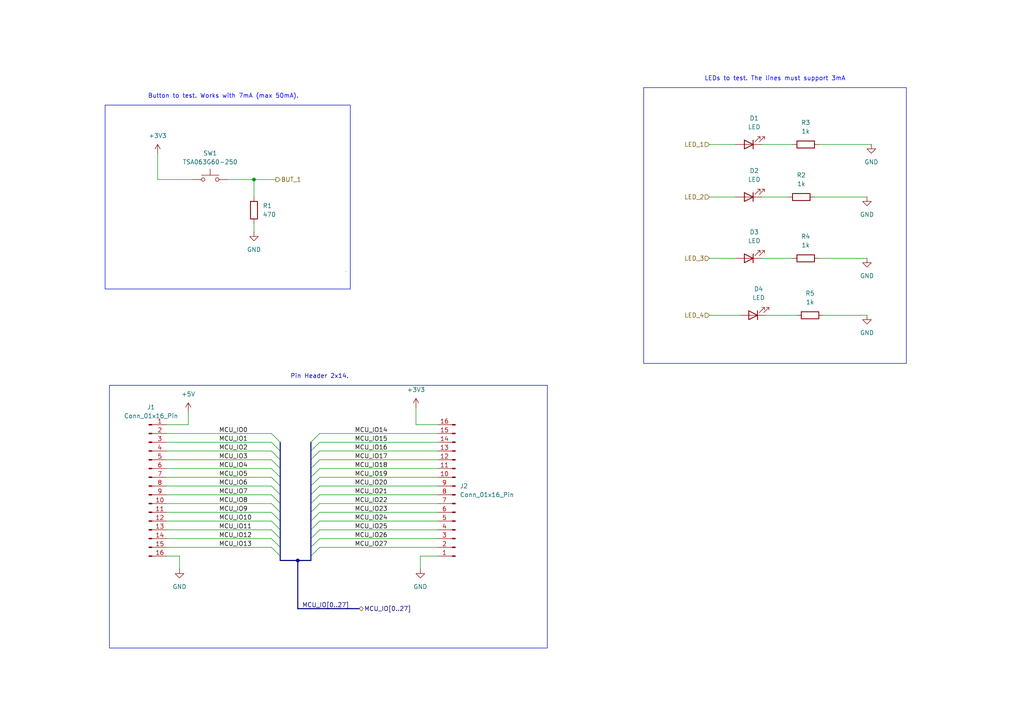
<source format=kicad_sch>
(kicad_sch (version 20250114) (generator "eeschema") (generator_version "9.0")
  (paper "A4")
  (lib_symbols
    (symbol "Connector:Conn_01x16_Pin" (pin_names (offset 1.016) (hide yes))
      (property "Reference" "J" (at 0 20.32 0))
      (property "Value" "Conn_01x16_Pin" (at 0 -22.86 0))
      (symbol "Conn_01x16_Pin_1_1"
        (rectangle (start 0.8636 17.907) (end 0 17.653) (stroke (width 0.1524)) (fill (type outline)))
        (rectangle (start 0.8636 15.367) (end 0 15.113) (stroke (width 0.1524)) (fill (type outline)))
        (rectangle (start 0.8636 12.827) (end 0 12.573) (stroke (width 0.1524)) (fill (type outline)))
        (rectangle (start 0.8636 10.287) (end 0 10.033) (stroke (width 0.1524)) (fill (type outline)))
        (rectangle (start 0.8636 7.747) (end 0 7.493) (stroke (width 0.1524)) (fill (type outline)))
        (rectangle (start 0.8636 5.207) (end 0 4.953) (stroke (width 0.1524)) (fill (type outline)))
        (rectangle (start 0.8636 2.667) (end 0 2.413) (stroke (width 0.1524)) (fill (type outline)))
        (rectangle (start 0.8636 0.127) (end 0 -0.127) (stroke (width 0.1524)) (fill (type outline)))
        (rectangle (start 0.8636 -2.413) (end 0 -2.667) (stroke (width 0.1524)) (fill (type outline)))
        (rectangle (start 0.8636 -4.953) (end 0 -5.207) (stroke (width 0.1524)) (fill (type outline)))
        (rectangle (start 0.8636 -7.493) (end 0 -7.747) (stroke (width 0.1524)) (fill (type outline)))
        (rectangle (start 0.8636 -10.033) (end 0 -10.287) (stroke (width 0.1524)) (fill (type outline)))
        (rectangle (start 0.8636 -12.573) (end 0 -12.827) (stroke (width 0.1524)) (fill (type outline)))
        (rectangle (start 0.8636 -15.113) (end 0 -15.367) (stroke (width 0.1524)) (fill (type outline)))
        (rectangle (start 0.8636 -17.653) (end 0 -17.907) (stroke (width 0.1524)) (fill (type outline)))
        (rectangle (start 0.8636 -20.193) (end 0 -20.447) (stroke (width 0.1524)) (fill (type outline)))
        (polyline (pts (xy 1.27 17.78) (xy 0.8636 17.78)) (stroke (width 0.1524)))
        (polyline (pts (xy 1.27 15.24) (xy 0.8636 15.24)) (stroke (width 0.1524)))
        (polyline (pts (xy 1.27 12.7) (xy 0.8636 12.7)) (stroke (width 0.1524)))
        (polyline (pts (xy 1.27 10.16) (xy 0.8636 10.16)) (stroke (width 0.1524)))
        (polyline (pts (xy 1.27 7.62) (xy 0.8636 7.62)) (stroke (width 0.1524)))
        (polyline (pts (xy 1.27 5.08) (xy 0.8636 5.08)) (stroke (width 0.1524)))
        (polyline (pts (xy 1.27 2.54) (xy 0.8636 2.54)) (stroke (width 0.1524)))
        (polyline (pts (xy 1.27 0) (xy 0.8636 0)) (stroke (width 0.1524)))
        (polyline (pts (xy 1.27 -2.54) (xy 0.8636 -2.54)) (stroke (width 0.1524)))
        (polyline (pts (xy 1.27 -5.08) (xy 0.8636 -5.08)) (stroke (width 0.1524)))
        (polyline (pts (xy 1.27 -7.62) (xy 0.8636 -7.62)) (stroke (width 0.1524)))
        (polyline (pts (xy 1.27 -10.16) (xy 0.8636 -10.16)) (stroke (width 0.1524)))
        (polyline (pts (xy 1.27 -12.7) (xy 0.8636 -12.7)) (stroke (width 0.1524)))
        (polyline (pts (xy 1.27 -15.24) (xy 0.8636 -15.24)) (stroke (width 0.1524)))
        (polyline (pts (xy 1.27 -17.78) (xy 0.8636 -17.78)) (stroke (width 0.1524)))
        (polyline (pts (xy 1.27 -20.32) (xy 0.8636 -20.32)) (stroke (width 0.1524)))
        (pin passive line (at 5.08 17.78 180) (length 3.81) (name "Pin_1") (number "1"))
        (pin passive line (at 5.08 15.24 180) (length 3.81) (name "Pin_2") (number "2"))
        (pin passive line (at 5.08 12.7 180) (length 3.81) (name "Pin_3") (number "3"))
        (pin passive line (at 5.08 10.16 180) (length 3.81) (name "Pin_4") (number "4"))
        (pin passive line (at 5.08 7.62 180) (length 3.81) (name "Pin_5") (number "5"))
        (pin passive line (at 5.08 5.08 180) (length 3.81) (name "Pin_6") (number "6"))
        (pin passive line (at 5.08 2.54 180) (length 3.81) (name "Pin_7") (number "7"))
        (pin passive line (at 5.08 0 180) (length 3.81) (name "Pin_8") (number "8"))
        (pin passive line (at 5.08 -2.54 180) (length 3.81) (name "Pin_9") (number "9"))
        (pin passive line (at 5.08 -5.08 180) (length 3.81) (name "Pin_10") (number "10"))
        (pin passive line (at 5.08 -7.62 180) (length 3.81) (name "Pin_11") (number "11"))
        (pin passive line (at 5.08 -10.16 180) (length 3.81) (name "Pin_12") (number "12"))
        (pin passive line (at 5.08 -12.7 180) (length 3.81) (name "Pin_13") (number "13"))
        (pin passive line (at 5.08 -15.24 180) (length 3.81) (name "Pin_14") (number "14"))
        (pin passive line (at 5.08 -17.78 180) (length 3.81) (name "Pin_15") (number "15"))
        (pin passive line (at 5.08 -20.32 180) (length 3.81) (name "Pin_16") (number "16"))
      )
    )
    (symbol "Device:LED" (pin_numbers (hide yes)) (pin_names (offset 1.016) (hide yes))
      (property "Reference" "D" (at 0 2.54 0))
      (property "Value" "LED" (at 0 -2.54 0))
      (symbol "LED_0_1"
        (polyline (pts (xy -3.048 -0.762) (xy -4.572 -2.286) (xy -3.81 -2.286) (xy -4.572 -2.286) (xy -4.572 -1.524)))
        (polyline (pts (xy -1.778 -0.762) (xy -3.302 -2.286) (xy -2.54 -2.286) (xy -3.302 -2.286) (xy -3.302 -1.524)))
        (polyline (pts (xy -1.27 0) (xy 1.27 0)))
        (polyline (pts (xy -1.27 -1.27) (xy -1.27 1.27)) (stroke (width 0.254)))
        (polyline (pts (xy 1.27 -1.27) (xy 1.27 1.27) (xy -1.27 0) (xy 1.27 -1.27)) (stroke (width 0.254)))
      )
      (symbol "LED_1_1"
        (pin passive line (at -3.81 0 0) (length 2.54) (name "K") (number "1"))
        (pin passive line (at 3.81 0 180) (length 2.54) (name "A") (number "2"))
      )
    )
    (symbol "Device:R" (pin_numbers (hide yes)) (pin_names (offset 0))
      (property "Reference" "R" (at 2.032 0 90))
      (property "Value" "R" (at 0 0 90))
      (symbol "R_0_1"
        (rectangle (start -1.016 -2.54) (end 1.016 2.54) (stroke (width 0.254)))
      )
      (symbol "R_1_1"
        (pin passive line (at 0 3.81 270) (length 1.27) (name "~") (number "1"))
        (pin passive line (at 0 -3.81 90) (length 1.27) (name "~") (number "2"))
      )
    )
    (symbol "Switch:SW_Omron_B3FS" (pin_numbers (hide yes)) (pin_names (offset 1.016) (hide yes))
      (property "Reference" "SW" (at 1.27 2.54 0))
      (property "Value" "SW_Omron_B3FS" (at 0 -1.524 0))
      (symbol "SW_Omron_B3FS_0_1"
        (circle (center -2.032 0) (radius 0.508))
        (polyline (pts (xy 0 1.27) (xy 0 3.048)))
        (circle (center 2.032 0) (radius 0.508))
        (polyline (pts (xy 2.54 1.27) (xy -2.54 1.27)))
        (pin passive line (at -5.08 0 0) (length 2.54) (name "1") (number "1"))
        (pin passive line (at 5.08 0 180) (length 2.54) (name "2") (number "2"))
      )
    )
    (symbol "power:+3V3" (power) (pin_numbers (hide yes)) (pin_names (offset 0) (hide yes))
      (property "Value" "+3V3" (at 0 3.556 0))
      (symbol "+3V3_0_1"
        (polyline (pts (xy -0.762 1.27) (xy 0 2.54)))
        (polyline (pts (xy 0 2.54) (xy 0.762 1.27)))
        (polyline (pts (xy 0 0) (xy 0 2.54)))
      )
      (symbol "+3V3_1_1"
        (pin power_in line (at 0 0 90) (length 0) (name "~") (number "1"))
      )
    )
    (symbol "power:+5V" (power) (pin_numbers (hide yes)) (pin_names (offset 0) (hide yes))
      (property "Value" "+5V" (at 0 3.556 0))
      (symbol "+5V_0_1"
        (polyline (pts (xy -0.762 1.27) (xy 0 2.54)))
        (polyline (pts (xy 0 2.54) (xy 0.762 1.27)))
        (polyline (pts (xy 0 0) (xy 0 2.54)))
      )
      (symbol "+5V_1_1"
        (pin power_in line (at 0 0 90) (length 0) (name "~") (number "1"))
      )
    )
    (symbol "power:GND" (power) (pin_numbers (hide yes)) (pin_names (offset 0) (hide yes))
      (property "Value" "GND" (at 0 -3.81 0))
      (symbol "GND_0_1"
        (polyline (pts (xy 0 0) (xy 0 -1.27) (xy 1.27 -1.27) (xy 0 -2.54) (xy -1.27 -1.27) (xy 0 -1.27)))
      )
      (symbol "GND_1_1"
        (pin power_in line (at 0 0 270) (length 0) (name "~") (number "1"))
      )
    )
  )
  (rectangle (start 30.48 30.48) (end 101.6 83.82))
  (rectangle (start 100.33 78.74) (end 100.33 78.74))
  (rectangle (start 31.75 111.76) (end 158.75 187.96))
  (rectangle (start 186.69 25.4) (end 262.89 105.41))
  (text "Button to test. Works with 7mA (max 50mA).\n" (at 64.77 27.94 0) (effects (font (size 1.27 1.27))))
  (text "LEDs to test. The lines must support 3mA" (at 224.79 22.86 0) (effects (font (size 1.27 1.27))))
  (text "Pin Header 2x14." (at 92.71 109.22 0) (effects (font (size 1.27 1.27))))
  (junction (at 86.36 162.56))
  (junction (at 73.66 52.07))
  (bus_entry (at 78.74 143.51) (size 2.54 2.54))
  (bus_entry (at 90.17 135.89) (size 2.54 -2.54))
  (bus_entry (at 78.74 158.75) (size 2.54 2.54))
  (bus_entry (at 90.17 143.51) (size 2.54 -2.54))
  (bus_entry (at 78.74 125.73) (size 2.54 2.54))
  (bus_entry (at 90.17 133.35) (size 2.54 -2.54))
  (bus_entry (at 78.74 128.27) (size 2.54 2.54))
  (bus_entry (at 90.17 130.81) (size 2.54 -2.54))
  (bus_entry (at 90.17 138.43) (size 2.54 -2.54))
  (bus_entry (at 78.74 153.67) (size 2.54 2.54))
  (bus_entry (at 78.74 130.81) (size 2.54 2.54))
  (bus_entry (at 78.74 156.21) (size 2.54 2.54))
  (bus_entry (at 78.74 138.43) (size 2.54 2.54))
  (bus_entry (at 78.74 146.05) (size 2.54 2.54))
  (bus_entry (at 78.74 148.59) (size 2.54 2.54))
  (bus_entry (at 90.17 146.05) (size 2.54 -2.54))
  (bus_entry (at 78.74 135.89) (size 2.54 2.54))
  (bus_entry (at 78.74 151.13) (size 2.54 2.54))
  (bus_entry (at 90.17 140.97) (size 2.54 -2.54))
  (bus_entry (at 90.17 158.75) (size 2.54 -2.54))
  (bus_entry (at 90.17 156.21) (size 2.54 -2.54))
  (bus_entry (at 78.74 140.97) (size 2.54 2.54))
  (bus_entry (at 78.74 133.35) (size 2.54 2.54))
  (bus_entry (at 90.17 161.29) (size 2.54 -2.54))
  (bus_entry (at 90.17 148.59) (size 2.54 -2.54))
  (bus_entry (at 90.17 128.27) (size 2.54 -2.54))
  (bus_entry (at 90.17 153.67) (size 2.54 -2.54))
  (bus_entry (at 90.17 151.13) (size 2.54 -2.54))
  (wire (pts (xy 92.71 140.97) (xy 127 140.97)))
  (bus (pts (xy 86.36 176.53) (xy 104.14 176.53)))
  (wire (pts (xy 48.26 128.27) (xy 78.74 128.27)))
  (wire (pts (xy 205.74 41.91) (xy 213.36 41.91)))
  (wire (pts (xy 236.22 57.15) (xy 251.46 57.15)))
  (wire (pts (xy 127 123.19) (xy 120.65 123.19)))
  (bus (pts (xy 81.28 128.27) (xy 81.28 130.81)))
  (wire (pts (xy 92.71 135.89) (xy 127 135.89)))
  (bus (pts (xy 90.17 128.27) (xy 90.17 130.81)))
  (bus (pts (xy 81.28 153.67) (xy 81.28 156.21)))
  (wire (pts (xy 92.71 130.81) (xy 127 130.81)))
  (bus (pts (xy 90.17 158.75) (xy 90.17 161.29)))
  (bus (pts (xy 90.17 135.89) (xy 90.17 138.43)))
  (bus (pts (xy 90.17 143.51) (xy 90.17 146.05)))
  (bus (pts (xy 81.28 156.21) (xy 81.28 158.75)))
  (wire (pts (xy 92.71 138.43) (xy 127 138.43)))
  (wire (pts (xy 48.26 153.67) (xy 78.74 153.67)))
  (wire (pts (xy 92.71 156.21) (xy 127 156.21)))
  (wire (pts (xy 92.71 148.59) (xy 127 148.59)))
  (bus (pts (xy 90.17 140.97) (xy 90.17 143.51)))
  (bus (pts (xy 81.28 138.43) (xy 81.28 140.97)))
  (wire (pts (xy 205.74 91.44) (xy 214.63 91.44)))
  (wire (pts (xy 48.26 135.89) (xy 78.74 135.89)))
  (wire (pts (xy 220.98 57.15) (xy 228.6 57.15)))
  (wire (pts (xy 92.71 143.51) (xy 127 143.51)))
  (wire (pts (xy 220.98 74.93) (xy 229.87 74.93)))
  (wire (pts (xy 205.74 74.93) (xy 213.36 74.93)))
  (bus (pts (xy 81.28 135.89) (xy 81.28 138.43)))
  (wire (pts (xy 48.26 146.05) (xy 78.74 146.05)))
  (wire (pts (xy 48.26 148.59) (xy 78.74 148.59)))
  (wire (pts (xy 92.71 146.05) (xy 127 146.05)))
  (wire (pts (xy 66.04 52.07) (xy 73.66 52.07)))
  (wire (pts (xy 48.26 151.13) (xy 78.74 151.13)))
  (wire (pts (xy 45.72 44.45) (xy 45.72 52.07)))
  (bus (pts (xy 90.17 151.13) (xy 90.17 153.67)))
  (wire (pts (xy 48.26 123.19) (xy 54.61 123.19)))
  (bus (pts (xy 81.28 130.81) (xy 81.28 133.35)))
  (wire (pts (xy 205.74 57.15) (xy 213.36 57.15)))
  (bus (pts (xy 90.17 130.81) (xy 90.17 133.35)))
  (bus (pts (xy 90.17 133.35) (xy 90.17 135.89)))
  (wire (pts (xy 73.66 52.07) (xy 80.01 52.07)))
  (wire (pts (xy 55.88 52.07) (xy 45.72 52.07)))
  (wire (pts (xy 52.07 161.29) (xy 52.07 165.1)))
  (wire (pts (xy 48.26 130.81) (xy 78.74 130.81)))
  (wire (pts (xy 48.26 156.21) (xy 78.74 156.21)))
  (wire (pts (xy 237.49 74.93) (xy 251.46 74.93)))
  (wire (pts (xy 48.26 140.97) (xy 78.74 140.97)))
  (wire (pts (xy 48.26 133.35) (xy 78.74 133.35)))
  (wire (pts (xy 73.66 64.77) (xy 73.66 67.31)))
  (bus (pts (xy 86.36 162.56) (xy 90.17 162.56)))
  (bus (pts (xy 81.28 161.29) (xy 81.28 162.56)))
  (bus (pts (xy 81.28 133.35) (xy 81.28 135.89)))
  (wire (pts (xy 92.71 128.27) (xy 127 128.27)))
  (wire (pts (xy 92.71 151.13) (xy 127 151.13)))
  (wire (pts (xy 73.66 52.07) (xy 73.66 57.15)))
  (wire (pts (xy 120.65 118.11) (xy 120.65 123.19)))
  (wire (pts (xy 121.92 165.1) (xy 121.92 161.29)))
  (bus (pts (xy 90.17 153.67) (xy 90.17 156.21)))
  (wire (pts (xy 92.71 133.35) (xy 127 133.35)))
  (bus (pts (xy 81.28 140.97) (xy 81.28 143.51)))
  (wire (pts (xy 237.49 41.91) (xy 252.73 41.91)))
  (bus (pts (xy 90.17 148.59) (xy 90.17 151.13)))
  (wire (pts (xy 92.71 125.73) (xy 127 125.73)))
  (bus (pts (xy 81.28 158.75) (xy 81.28 161.29)))
  (wire (pts (xy 121.92 161.29) (xy 127 161.29)))
  (wire (pts (xy 238.76 91.44) (xy 251.46 91.44)))
  (wire (pts (xy 48.26 158.75) (xy 78.74 158.75)))
  (bus (pts (xy 81.28 148.59) (xy 81.28 151.13)))
  (wire (pts (xy 92.71 158.75) (xy 127 158.75)))
  (bus (pts (xy 81.28 162.56) (xy 86.36 162.56)))
  (wire (pts (xy 48.26 125.73) (xy 78.74 125.73)))
  (wire (pts (xy 92.71 153.67) (xy 127 153.67)))
  (wire (pts (xy 220.98 41.91) (xy 229.87 41.91)))
  (bus (pts (xy 81.28 151.13) (xy 81.28 153.67)))
  (bus (pts (xy 90.17 138.43) (xy 90.17 140.97)))
  (wire (pts (xy 48.26 138.43) (xy 78.74 138.43)))
  (bus (pts (xy 86.36 162.56) (xy 86.36 176.53)))
  (bus (pts (xy 81.28 143.51) (xy 81.28 146.05)))
  (bus (pts (xy 81.28 146.05) (xy 81.28 148.59)))
  (wire (pts (xy 54.61 119.38) (xy 54.61 123.19)))
  (bus (pts (xy 90.17 161.29) (xy 90.17 162.56)))
  (wire (pts (xy 48.26 161.29) (xy 52.07 161.29)))
  (wire (pts (xy 48.26 143.51) (xy 78.74 143.51)))
  (bus (pts (xy 90.17 156.21) (xy 90.17 158.75)))
  (bus (pts (xy 90.17 146.05) (xy 90.17 148.59)))
  (wire (pts (xy 222.25 91.44) (xy 231.14 91.44)))
  (label "MCU_IO5" (at 63.5 138.43 0))
  (label "MCU_IO12" (at 63.5 156.21 0))
  (label "MCU_IO22" (at 102.87 146.05 0))
  (label "MCU_IO9" (at 63.5 148.59 0))
  (label "MCU_IO21" (at 102.87 143.51 0))
  (label "MCU_IO3" (at 63.5 133.35 0))
  (label "MCU_IO0" (at 63.5 125.73 0))
  (label "MCU_IO25" (at 102.87 153.67 0))
  (label "MCU_IO6" (at 63.5 140.97 0))
  (label "MCU_IO1" (at 63.5 128.27 0))
  (label "MCU_IO20" (at 102.87 140.97 0))
  (label "MCU_IO17" (at 102.87 133.35 0))
  (label "MCU_IO7" (at 63.5 143.51 0))
  (label "MCU_IO23" (at 102.87 148.59 0))
  (label "MCU_IO11" (at 63.5 153.67 0))
  (label "MCU_IO13" (at 63.5 158.75 0))
  (label "MCU_IO2" (at 63.5 130.81 0))
  (label "MCU_IO16" (at 102.87 130.81 0))
  (label "MCU_IO4" (at 63.5 135.89 0))
  (label "MCU_IO19" (at 102.87 138.43 0))
  (label "MCU_IO[0..27]" (at 87.63 176.53 0))
  (label "MCU_IO18" (at 102.87 135.89 0))
  (label "MCU_IO27" (at 102.87 158.75 0))
  (label "MCU_IO8" (at 63.5 146.05 0))
  (label "MCU_IO15" (at 102.87 128.27 0))
  (label "MCU_IO14" (at 102.87 125.73 0))
  (label "MCU_IO24" (at 102.87 151.13 0))
  (label "MCU_IO10" (at 63.5 151.13 0))
  (label "MCU_IO26" (at 102.87 156.21 0))
  (hierarchical_label "LED_2" (shape input) (at 205.74 57.15 180))
  (hierarchical_label "LED_1" (shape input) (at 205.74 41.91 180))
  (hierarchical_label "LED_3" (shape input) (at 205.74 74.93 180))
  (hierarchical_label "BUT_1" (shape output) (at 80.01 52.07 0))
  (hierarchical_label "MCU_IO[0..27]" (shape bidirectional) (at 104.14 176.53 0))
  (hierarchical_label "LED_4" (shape input) (at 205.74 91.44 180))
  (symbol (lib_id "Device:LED") (at 217.17 57.15 180) (unit 1)
    (property "Reference" "D2" (at 218.7575 49.53 0))
    (property "Value" "LED" (at 218.7575 52.07 0))
    (property "Footprint" "LED_SMD:LED_0603_1608Metric" (effects (hide yes)))
    (property "Description" "Light emitting diode" (effects (hide yes)))
    (property "Sim.Pins" "1=K 2=A" (effects (hide yes)))
  )
  (symbol (lib_id "Device:LED") (at 218.44 91.44 180) (unit 1)
    (property "Reference" "D4" (at 220.0275 83.82 0))
    (property "Value" "LED" (at 220.0275 86.36 0))
    (property "Footprint" "LED_SMD:LED_0603_1608Metric" (effects (hide yes)))
    (property "Description" "Light emitting diode" (effects (hide yes)))
    (property "Sim.Pins" "1=K 2=A" (effects (hide yes)))
  )
  (symbol (lib_id "power:GND") (at 73.66 67.31 0) (unit 1)
    (property "Reference" "#PWR04" (effects (hide yes)))
    (property "Value" "GND" (at 73.66 72.39 0))
    (property "Description" "Power symbol creates a global label with name \"GND\" , ground" (effects (hide yes)))
  )
  (symbol (lib_id "power:+5V") (at 54.61 119.38 0) (unit 1)
    (property "Reference" "#PWR03" (effects (hide yes)))
    (property "Value" "+5V" (at 54.61 114.3 0))
    (property "Description" "Power symbol creates a global label with name \"+5V\"" (effects (hide yes)))
  )
  (symbol (lib_id "Device:R") (at 73.66 60.96 0) (unit 1)
    (property "Reference" "R1" (at 76.2 59.6899 0) (effects (justify left)))
    (property "Value" "470" (at 76.2 62.2299 0) (effects (justify left)))
    (property "Footprint" "Resistor_SMD:R_0402_1005Metric" (effects (hide yes)))
    (property "Description" "Resistor" (effects (hide yes)))
  )
  (symbol (lib_id "power:GND") (at 251.46 74.93 0) (unit 1)
    (property "Reference" "#PWR08" (effects (hide yes)))
    (property "Value" "GND" (at 251.46 80.01 0))
    (property "Description" "Power symbol creates a global label with name \"GND\" , ground" (effects (hide yes)))
  )
  (symbol (lib_id "power:GND") (at 251.46 91.44 0) (unit 1)
    (property "Reference" "#PWR09" (effects (hide yes)))
    (property "Value" "GND" (at 251.46 96.52 0))
    (property "Description" "Power symbol creates a global label with name \"GND\" , ground" (effects (hide yes)))
  )
  (symbol (lib_id "Connector:Conn_01x16_Pin") (at 132.08 143.51 180) (unit 1)
    (property "Reference" "J2" (at 133.35 140.9699 0) (effects (justify right)))
    (property "Value" "Conn_01x16_Pin" (at 133.35 143.5099 0) (effects (justify right)))
    (property "Footprint" "Connector_PinHeader_2.54mm:PinHeader_1x16_P2.54mm_Vertical" (effects (hide yes)))
    (property "Description" "Generic connector, single row, 01x16, script generated" (effects (hide yes)))
  )
  (symbol (lib_id "Device:R") (at 234.95 91.44 90) (unit 1)
    (property "Reference" "R5" (at 234.95 85.09 90))
    (property "Value" "1k" (at 234.95 87.63 90))
    (property "Footprint" "Resistor_SMD:R_0402_1005Metric" (effects (hide yes)))
    (property "Description" "Resistor" (effects (hide yes)))
  )
  (symbol (lib_id "power:GND") (at 251.46 57.15 0) (unit 1)
    (property "Reference" "#PWR07" (effects (hide yes)))
    (property "Value" "GND" (at 251.46 62.23 0))
    (property "Description" "Power symbol creates a global label with name \"GND\" , ground" (effects (hide yes)))
  )
  (symbol (lib_id "Device:R") (at 233.68 41.91 90) (unit 1)
    (property "Reference" "R3" (at 233.68 35.56 90))
    (property "Value" "1k" (at 233.68 38.1 90))
    (property "Footprint" "Resistor_SMD:R_0402_1005Metric" (effects (hide yes)))
    (property "Description" "Resistor" (effects (hide yes)))
  )
  (symbol (lib_id "Switch:SW_Omron_B3FS") (at 60.96 52.07 0) (unit 1)
    (property "Reference" "SW1" (at 60.96 44.45 0))
    (property "Value" "TSA063G60-250" (at 60.96 46.99 0))
    (property "Footprint" "Button_Switch_SMD:SW_SPST_Omron_B3FS-105xP" (effects (hide yes)))
    (property "Datasheet" "https://jlcpcb.com/api/file/downloadByFileSystemAccessId/8588893964706959360" (effects (hide yes)))
    (property "Description" "6.1mmx6.1mm button" (effects (hide yes)))
  )
  (symbol (lib_id "Device:LED") (at 217.17 74.93 180) (unit 1)
    (property "Reference" "D3" (at 218.7575 67.31 0))
    (property "Value" "LED" (at 218.7575 69.85 0))
    (property "Footprint" "LED_SMD:LED_0603_1608Metric" (effects (hide yes)))
    (property "Description" "Light emitting diode" (effects (hide yes)))
    (property "Sim.Pins" "1=K 2=A" (effects (hide yes)))
  )
  (symbol (lib_id "power:GND") (at 121.92 165.1 0) (unit 1)
    (property "Reference" "#PWR06" (effects (hide yes)))
    (property "Value" "GND" (at 121.92 170.18 0))
    (property "Description" "Power symbol creates a global label with name \"GND\" , ground" (effects (hide yes)))
  )
  (symbol (lib_id "Device:LED") (at 217.17 41.91 180) (unit 1)
    (property "Reference" "D1" (at 218.7575 34.29 0))
    (property "Value" "LED" (at 218.7575 36.83 0))
    (property "Footprint" "LED_SMD:LED_0603_1608Metric" (effects (hide yes)))
    (property "Description" "Light emitting diode" (effects (hide yes)))
    (property "Sim.Pins" "1=K 2=A" (effects (hide yes)))
  )
  (symbol (lib_id "power:+3V3") (at 45.72 44.45 0) (unit 1)
    (property "Reference" "#PWR01" (effects (hide yes)))
    (property "Value" "+3V3" (at 45.72 39.37 0))
    (property "Description" "Power symbol creates a global label with name \"+3V3\"" (effects (hide yes)))
  )
  (symbol (lib_id "Device:R") (at 232.41 57.15 90) (unit 1)
    (property "Reference" "R2" (at 232.41 50.8 90))
    (property "Value" "1k" (at 232.41 53.34 90))
    (property "Footprint" "Resistor_SMD:R_0402_1005Metric" (effects (hide yes)))
    (property "Description" "Resistor" (effects (hide yes)))
  )
  (symbol (lib_id "power:GND") (at 52.07 165.1 0) (unit 1)
    (property "Reference" "#PWR02" (effects (hide yes)))
    (property "Value" "GND" (at 52.07 170.18 0))
    (property "Description" "Power symbol creates a global label with name \"GND\" , ground" (effects (hide yes)))
  )
  (symbol (lib_id "power:GND") (at 252.73 41.91 0) (unit 1)
    (property "Reference" "#PWR010" (effects (hide yes)))
    (property "Value" "GND" (at 252.73 46.99 0))
    (property "Description" "Power symbol creates a global label with name \"GND\" , ground" (effects (hide yes)))
  )
  (symbol (lib_id "Device:R") (at 233.68 74.93 90) (unit 1)
    (property "Reference" "R4" (at 233.68 68.58 90))
    (property "Value" "1k" (at 233.68 71.12 90))
    (property "Footprint" "Resistor_SMD:R_0402_1005Metric" (effects (hide yes)))
    (property "Description" "Resistor" (effects (hide yes)))
  )
  (symbol (lib_id "Connector:Conn_01x16_Pin") (at 43.18 140.97 0) (unit 1)
    (property "Reference" "J1" (at 43.815 118.11 0))
    (property "Value" "Conn_01x16_Pin" (at 43.815 120.65 0))
    (property "Footprint" "Connector_PinHeader_2.54mm:PinHeader_1x16_P2.54mm_Vertical" (effects (hide yes)))
    (property "Description" "Generic connector, single row, 01x16, script generated" (effects (hide yes)))
  )
  (symbol (lib_id "power:+3V3") (at 120.65 118.11 0) (unit 1)
    (property "Reference" "#PWR05" (effects (hide yes)))
    (property "Value" "+3V3" (at 120.65 113.03 0))
    (property "Description" "Power symbol creates a global label with name \"+3V3\"" (effects (hide yes)))
  )
)
</source>
